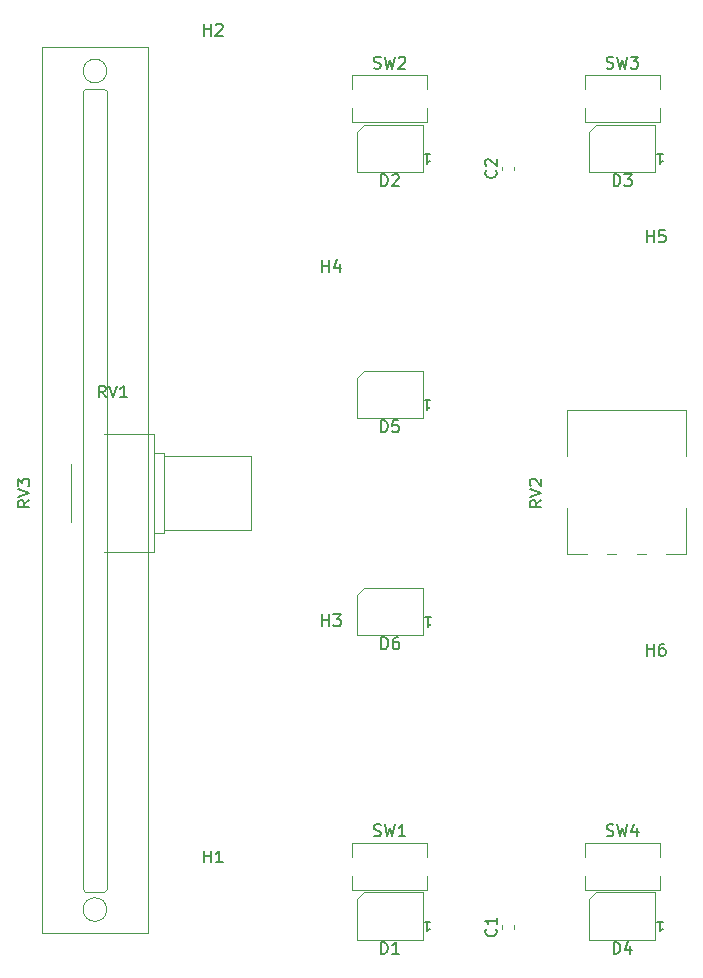
<source format=gbr>
%TF.GenerationSoftware,KiCad,Pcbnew,8.0.8*%
%TF.CreationDate,2025-04-07T16:00:04+02:00*%
%TF.ProjectId,tv25-tbar,74763235-2d74-4626-9172-2e6b69636164,rev?*%
%TF.SameCoordinates,Original*%
%TF.FileFunction,Legend,Top*%
%TF.FilePolarity,Positive*%
%FSLAX46Y46*%
G04 Gerber Fmt 4.6, Leading zero omitted, Abs format (unit mm)*
G04 Created by KiCad (PCBNEW 8.0.8) date 2025-04-07 16:00:04*
%MOMM*%
%LPD*%
G01*
G04 APERTURE LIST*
%ADD10C,0.150000*%
%ADD11C,0.120000*%
G04 APERTURE END LIST*
D10*
X154238095Y-148754819D02*
X154238095Y-147754819D01*
X154238095Y-148231009D02*
X154809523Y-148231009D01*
X154809523Y-148754819D02*
X154809523Y-147754819D01*
X155714285Y-147754819D02*
X155523809Y-147754819D01*
X155523809Y-147754819D02*
X155428571Y-147802438D01*
X155428571Y-147802438D02*
X155380952Y-147850057D01*
X155380952Y-147850057D02*
X155285714Y-147992914D01*
X155285714Y-147992914D02*
X155238095Y-148183390D01*
X155238095Y-148183390D02*
X155238095Y-148564342D01*
X155238095Y-148564342D02*
X155285714Y-148659580D01*
X155285714Y-148659580D02*
X155333333Y-148707200D01*
X155333333Y-148707200D02*
X155428571Y-148754819D01*
X155428571Y-148754819D02*
X155619047Y-148754819D01*
X155619047Y-148754819D02*
X155714285Y-148707200D01*
X155714285Y-148707200D02*
X155761904Y-148659580D01*
X155761904Y-148659580D02*
X155809523Y-148564342D01*
X155809523Y-148564342D02*
X155809523Y-148326247D01*
X155809523Y-148326247D02*
X155761904Y-148231009D01*
X155761904Y-148231009D02*
X155714285Y-148183390D01*
X155714285Y-148183390D02*
X155619047Y-148135771D01*
X155619047Y-148135771D02*
X155428571Y-148135771D01*
X155428571Y-148135771D02*
X155333333Y-148183390D01*
X155333333Y-148183390D02*
X155285714Y-148231009D01*
X155285714Y-148231009D02*
X155238095Y-148326247D01*
X154238095Y-113754819D02*
X154238095Y-112754819D01*
X154238095Y-113231009D02*
X154809523Y-113231009D01*
X154809523Y-113754819D02*
X154809523Y-112754819D01*
X155761904Y-112754819D02*
X155285714Y-112754819D01*
X155285714Y-112754819D02*
X155238095Y-113231009D01*
X155238095Y-113231009D02*
X155285714Y-113183390D01*
X155285714Y-113183390D02*
X155380952Y-113135771D01*
X155380952Y-113135771D02*
X155619047Y-113135771D01*
X155619047Y-113135771D02*
X155714285Y-113183390D01*
X155714285Y-113183390D02*
X155761904Y-113231009D01*
X155761904Y-113231009D02*
X155809523Y-113326247D01*
X155809523Y-113326247D02*
X155809523Y-113564342D01*
X155809523Y-113564342D02*
X155761904Y-113659580D01*
X155761904Y-113659580D02*
X155714285Y-113707200D01*
X155714285Y-113707200D02*
X155619047Y-113754819D01*
X155619047Y-113754819D02*
X155380952Y-113754819D01*
X155380952Y-113754819D02*
X155285714Y-113707200D01*
X155285714Y-113707200D02*
X155238095Y-113659580D01*
X126738095Y-116254819D02*
X126738095Y-115254819D01*
X126738095Y-115731009D02*
X127309523Y-115731009D01*
X127309523Y-116254819D02*
X127309523Y-115254819D01*
X128214285Y-115588152D02*
X128214285Y-116254819D01*
X127976190Y-115207200D02*
X127738095Y-115921485D01*
X127738095Y-115921485D02*
X128357142Y-115921485D01*
X101954819Y-135595238D02*
X101478628Y-135928571D01*
X101954819Y-136166666D02*
X100954819Y-136166666D01*
X100954819Y-136166666D02*
X100954819Y-135785714D01*
X100954819Y-135785714D02*
X101002438Y-135690476D01*
X101002438Y-135690476D02*
X101050057Y-135642857D01*
X101050057Y-135642857D02*
X101145295Y-135595238D01*
X101145295Y-135595238D02*
X101288152Y-135595238D01*
X101288152Y-135595238D02*
X101383390Y-135642857D01*
X101383390Y-135642857D02*
X101431009Y-135690476D01*
X101431009Y-135690476D02*
X101478628Y-135785714D01*
X101478628Y-135785714D02*
X101478628Y-136166666D01*
X100954819Y-135309523D02*
X101954819Y-134976190D01*
X101954819Y-134976190D02*
X100954819Y-134642857D01*
X100954819Y-134404761D02*
X100954819Y-133785714D01*
X100954819Y-133785714D02*
X101335771Y-134119047D01*
X101335771Y-134119047D02*
X101335771Y-133976190D01*
X101335771Y-133976190D02*
X101383390Y-133880952D01*
X101383390Y-133880952D02*
X101431009Y-133833333D01*
X101431009Y-133833333D02*
X101526247Y-133785714D01*
X101526247Y-133785714D02*
X101764342Y-133785714D01*
X101764342Y-133785714D02*
X101859580Y-133833333D01*
X101859580Y-133833333D02*
X101907200Y-133880952D01*
X101907200Y-133880952D02*
X101954819Y-133976190D01*
X101954819Y-133976190D02*
X101954819Y-134261904D01*
X101954819Y-134261904D02*
X101907200Y-134357142D01*
X101907200Y-134357142D02*
X101859580Y-134404761D01*
X145304819Y-135595238D02*
X144828628Y-135928571D01*
X145304819Y-136166666D02*
X144304819Y-136166666D01*
X144304819Y-136166666D02*
X144304819Y-135785714D01*
X144304819Y-135785714D02*
X144352438Y-135690476D01*
X144352438Y-135690476D02*
X144400057Y-135642857D01*
X144400057Y-135642857D02*
X144495295Y-135595238D01*
X144495295Y-135595238D02*
X144638152Y-135595238D01*
X144638152Y-135595238D02*
X144733390Y-135642857D01*
X144733390Y-135642857D02*
X144781009Y-135690476D01*
X144781009Y-135690476D02*
X144828628Y-135785714D01*
X144828628Y-135785714D02*
X144828628Y-136166666D01*
X144304819Y-135309523D02*
X145304819Y-134976190D01*
X145304819Y-134976190D02*
X144304819Y-134642857D01*
X144400057Y-134357142D02*
X144352438Y-134309523D01*
X144352438Y-134309523D02*
X144304819Y-134214285D01*
X144304819Y-134214285D02*
X144304819Y-133976190D01*
X144304819Y-133976190D02*
X144352438Y-133880952D01*
X144352438Y-133880952D02*
X144400057Y-133833333D01*
X144400057Y-133833333D02*
X144495295Y-133785714D01*
X144495295Y-133785714D02*
X144590533Y-133785714D01*
X144590533Y-133785714D02*
X144733390Y-133833333D01*
X144733390Y-133833333D02*
X145304819Y-134404761D01*
X145304819Y-134404761D02*
X145304819Y-133785714D01*
X108404761Y-126879819D02*
X108071428Y-126403628D01*
X107833333Y-126879819D02*
X107833333Y-125879819D01*
X107833333Y-125879819D02*
X108214285Y-125879819D01*
X108214285Y-125879819D02*
X108309523Y-125927438D01*
X108309523Y-125927438D02*
X108357142Y-125975057D01*
X108357142Y-125975057D02*
X108404761Y-126070295D01*
X108404761Y-126070295D02*
X108404761Y-126213152D01*
X108404761Y-126213152D02*
X108357142Y-126308390D01*
X108357142Y-126308390D02*
X108309523Y-126356009D01*
X108309523Y-126356009D02*
X108214285Y-126403628D01*
X108214285Y-126403628D02*
X107833333Y-126403628D01*
X108690476Y-125879819D02*
X109023809Y-126879819D01*
X109023809Y-126879819D02*
X109357142Y-125879819D01*
X110214285Y-126879819D02*
X109642857Y-126879819D01*
X109928571Y-126879819D02*
X109928571Y-125879819D01*
X109928571Y-125879819D02*
X109833333Y-126022676D01*
X109833333Y-126022676D02*
X109738095Y-126117914D01*
X109738095Y-126117914D02*
X109642857Y-126165533D01*
X150816667Y-98993868D02*
X150959524Y-99041487D01*
X150959524Y-99041487D02*
X151197619Y-99041487D01*
X151197619Y-99041487D02*
X151292857Y-98993868D01*
X151292857Y-98993868D02*
X151340476Y-98946248D01*
X151340476Y-98946248D02*
X151388095Y-98851010D01*
X151388095Y-98851010D02*
X151388095Y-98755772D01*
X151388095Y-98755772D02*
X151340476Y-98660534D01*
X151340476Y-98660534D02*
X151292857Y-98612915D01*
X151292857Y-98612915D02*
X151197619Y-98565296D01*
X151197619Y-98565296D02*
X151007143Y-98517677D01*
X151007143Y-98517677D02*
X150911905Y-98470058D01*
X150911905Y-98470058D02*
X150864286Y-98422439D01*
X150864286Y-98422439D02*
X150816667Y-98327201D01*
X150816667Y-98327201D02*
X150816667Y-98231963D01*
X150816667Y-98231963D02*
X150864286Y-98136725D01*
X150864286Y-98136725D02*
X150911905Y-98089106D01*
X150911905Y-98089106D02*
X151007143Y-98041487D01*
X151007143Y-98041487D02*
X151245238Y-98041487D01*
X151245238Y-98041487D02*
X151388095Y-98089106D01*
X151721429Y-98041487D02*
X151959524Y-99041487D01*
X151959524Y-99041487D02*
X152150000Y-98327201D01*
X152150000Y-98327201D02*
X152340476Y-99041487D01*
X152340476Y-99041487D02*
X152578572Y-98041487D01*
X152864286Y-98041487D02*
X153483333Y-98041487D01*
X153483333Y-98041487D02*
X153150000Y-98422439D01*
X153150000Y-98422439D02*
X153292857Y-98422439D01*
X153292857Y-98422439D02*
X153388095Y-98470058D01*
X153388095Y-98470058D02*
X153435714Y-98517677D01*
X153435714Y-98517677D02*
X153483333Y-98612915D01*
X153483333Y-98612915D02*
X153483333Y-98851010D01*
X153483333Y-98851010D02*
X153435714Y-98946248D01*
X153435714Y-98946248D02*
X153388095Y-98993868D01*
X153388095Y-98993868D02*
X153292857Y-99041487D01*
X153292857Y-99041487D02*
X153007143Y-99041487D01*
X153007143Y-99041487D02*
X152911905Y-98993868D01*
X152911905Y-98993868D02*
X152864286Y-98946248D01*
X131116667Y-163993868D02*
X131259524Y-164041487D01*
X131259524Y-164041487D02*
X131497619Y-164041487D01*
X131497619Y-164041487D02*
X131592857Y-163993868D01*
X131592857Y-163993868D02*
X131640476Y-163946248D01*
X131640476Y-163946248D02*
X131688095Y-163851010D01*
X131688095Y-163851010D02*
X131688095Y-163755772D01*
X131688095Y-163755772D02*
X131640476Y-163660534D01*
X131640476Y-163660534D02*
X131592857Y-163612915D01*
X131592857Y-163612915D02*
X131497619Y-163565296D01*
X131497619Y-163565296D02*
X131307143Y-163517677D01*
X131307143Y-163517677D02*
X131211905Y-163470058D01*
X131211905Y-163470058D02*
X131164286Y-163422439D01*
X131164286Y-163422439D02*
X131116667Y-163327201D01*
X131116667Y-163327201D02*
X131116667Y-163231963D01*
X131116667Y-163231963D02*
X131164286Y-163136725D01*
X131164286Y-163136725D02*
X131211905Y-163089106D01*
X131211905Y-163089106D02*
X131307143Y-163041487D01*
X131307143Y-163041487D02*
X131545238Y-163041487D01*
X131545238Y-163041487D02*
X131688095Y-163089106D01*
X132021429Y-163041487D02*
X132259524Y-164041487D01*
X132259524Y-164041487D02*
X132450000Y-163327201D01*
X132450000Y-163327201D02*
X132640476Y-164041487D01*
X132640476Y-164041487D02*
X132878572Y-163041487D01*
X133783333Y-164041487D02*
X133211905Y-164041487D01*
X133497619Y-164041487D02*
X133497619Y-163041487D01*
X133497619Y-163041487D02*
X133402381Y-163184344D01*
X133402381Y-163184344D02*
X133307143Y-163279582D01*
X133307143Y-163279582D02*
X133211905Y-163327201D01*
X150816667Y-163993868D02*
X150959524Y-164041487D01*
X150959524Y-164041487D02*
X151197619Y-164041487D01*
X151197619Y-164041487D02*
X151292857Y-163993868D01*
X151292857Y-163993868D02*
X151340476Y-163946248D01*
X151340476Y-163946248D02*
X151388095Y-163851010D01*
X151388095Y-163851010D02*
X151388095Y-163755772D01*
X151388095Y-163755772D02*
X151340476Y-163660534D01*
X151340476Y-163660534D02*
X151292857Y-163612915D01*
X151292857Y-163612915D02*
X151197619Y-163565296D01*
X151197619Y-163565296D02*
X151007143Y-163517677D01*
X151007143Y-163517677D02*
X150911905Y-163470058D01*
X150911905Y-163470058D02*
X150864286Y-163422439D01*
X150864286Y-163422439D02*
X150816667Y-163327201D01*
X150816667Y-163327201D02*
X150816667Y-163231963D01*
X150816667Y-163231963D02*
X150864286Y-163136725D01*
X150864286Y-163136725D02*
X150911905Y-163089106D01*
X150911905Y-163089106D02*
X151007143Y-163041487D01*
X151007143Y-163041487D02*
X151245238Y-163041487D01*
X151245238Y-163041487D02*
X151388095Y-163089106D01*
X151721429Y-163041487D02*
X151959524Y-164041487D01*
X151959524Y-164041487D02*
X152150000Y-163327201D01*
X152150000Y-163327201D02*
X152340476Y-164041487D01*
X152340476Y-164041487D02*
X152578572Y-163041487D01*
X153388095Y-163374820D02*
X153388095Y-164041487D01*
X153150000Y-162993868D02*
X152911905Y-163708153D01*
X152911905Y-163708153D02*
X153530952Y-163708153D01*
X116738095Y-96254819D02*
X116738095Y-95254819D01*
X116738095Y-95731009D02*
X117309523Y-95731009D01*
X117309523Y-96254819D02*
X117309523Y-95254819D01*
X117738095Y-95350057D02*
X117785714Y-95302438D01*
X117785714Y-95302438D02*
X117880952Y-95254819D01*
X117880952Y-95254819D02*
X118119047Y-95254819D01*
X118119047Y-95254819D02*
X118214285Y-95302438D01*
X118214285Y-95302438D02*
X118261904Y-95350057D01*
X118261904Y-95350057D02*
X118309523Y-95445295D01*
X118309523Y-95445295D02*
X118309523Y-95540533D01*
X118309523Y-95540533D02*
X118261904Y-95683390D01*
X118261904Y-95683390D02*
X117690476Y-96254819D01*
X117690476Y-96254819D02*
X118309523Y-96254819D01*
X116738095Y-166254819D02*
X116738095Y-165254819D01*
X116738095Y-165731009D02*
X117309523Y-165731009D01*
X117309523Y-166254819D02*
X117309523Y-165254819D01*
X118309523Y-166254819D02*
X117738095Y-166254819D01*
X118023809Y-166254819D02*
X118023809Y-165254819D01*
X118023809Y-165254819D02*
X117928571Y-165397676D01*
X117928571Y-165397676D02*
X117833333Y-165492914D01*
X117833333Y-165492914D02*
X117738095Y-165540533D01*
X141429580Y-171891666D02*
X141477200Y-171939285D01*
X141477200Y-171939285D02*
X141524819Y-172082142D01*
X141524819Y-172082142D02*
X141524819Y-172177380D01*
X141524819Y-172177380D02*
X141477200Y-172320237D01*
X141477200Y-172320237D02*
X141381961Y-172415475D01*
X141381961Y-172415475D02*
X141286723Y-172463094D01*
X141286723Y-172463094D02*
X141096247Y-172510713D01*
X141096247Y-172510713D02*
X140953390Y-172510713D01*
X140953390Y-172510713D02*
X140762914Y-172463094D01*
X140762914Y-172463094D02*
X140667676Y-172415475D01*
X140667676Y-172415475D02*
X140572438Y-172320237D01*
X140572438Y-172320237D02*
X140524819Y-172177380D01*
X140524819Y-172177380D02*
X140524819Y-172082142D01*
X140524819Y-172082142D02*
X140572438Y-171939285D01*
X140572438Y-171939285D02*
X140620057Y-171891666D01*
X141524819Y-170939285D02*
X141524819Y-171510713D01*
X141524819Y-171224999D02*
X140524819Y-171224999D01*
X140524819Y-171224999D02*
X140667676Y-171320237D01*
X140667676Y-171320237D02*
X140762914Y-171415475D01*
X140762914Y-171415475D02*
X140810533Y-171510713D01*
X131711905Y-129829819D02*
X131711905Y-128829819D01*
X131711905Y-128829819D02*
X131950000Y-128829819D01*
X131950000Y-128829819D02*
X132092857Y-128877438D01*
X132092857Y-128877438D02*
X132188095Y-128972676D01*
X132188095Y-128972676D02*
X132235714Y-129067914D01*
X132235714Y-129067914D02*
X132283333Y-129258390D01*
X132283333Y-129258390D02*
X132283333Y-129401247D01*
X132283333Y-129401247D02*
X132235714Y-129591723D01*
X132235714Y-129591723D02*
X132188095Y-129686961D01*
X132188095Y-129686961D02*
X132092857Y-129782200D01*
X132092857Y-129782200D02*
X131950000Y-129829819D01*
X131950000Y-129829819D02*
X131711905Y-129829819D01*
X133188095Y-128829819D02*
X132711905Y-128829819D01*
X132711905Y-128829819D02*
X132664286Y-129306009D01*
X132664286Y-129306009D02*
X132711905Y-129258390D01*
X132711905Y-129258390D02*
X132807143Y-129210771D01*
X132807143Y-129210771D02*
X133045238Y-129210771D01*
X133045238Y-129210771D02*
X133140476Y-129258390D01*
X133140476Y-129258390D02*
X133188095Y-129306009D01*
X133188095Y-129306009D02*
X133235714Y-129401247D01*
X133235714Y-129401247D02*
X133235714Y-129639342D01*
X133235714Y-129639342D02*
X133188095Y-129734580D01*
X133188095Y-129734580D02*
X133140476Y-129782200D01*
X133140476Y-129782200D02*
X133045238Y-129829819D01*
X133045238Y-129829819D02*
X132807143Y-129829819D01*
X132807143Y-129829819D02*
X132711905Y-129782200D01*
X132711905Y-129782200D02*
X132664286Y-129734580D01*
X135421428Y-127137704D02*
X135878571Y-127137704D01*
X135649999Y-127137704D02*
X135649999Y-127937704D01*
X135649999Y-127937704D02*
X135726190Y-127823419D01*
X135726190Y-127823419D02*
X135802380Y-127747228D01*
X135802380Y-127747228D02*
X135878571Y-127709133D01*
X151411905Y-173996487D02*
X151411905Y-172996487D01*
X151411905Y-172996487D02*
X151650000Y-172996487D01*
X151650000Y-172996487D02*
X151792857Y-173044106D01*
X151792857Y-173044106D02*
X151888095Y-173139344D01*
X151888095Y-173139344D02*
X151935714Y-173234582D01*
X151935714Y-173234582D02*
X151983333Y-173425058D01*
X151983333Y-173425058D02*
X151983333Y-173567915D01*
X151983333Y-173567915D02*
X151935714Y-173758391D01*
X151935714Y-173758391D02*
X151888095Y-173853629D01*
X151888095Y-173853629D02*
X151792857Y-173948868D01*
X151792857Y-173948868D02*
X151650000Y-173996487D01*
X151650000Y-173996487D02*
X151411905Y-173996487D01*
X152840476Y-173329820D02*
X152840476Y-173996487D01*
X152602381Y-172948868D02*
X152364286Y-173663153D01*
X152364286Y-173663153D02*
X152983333Y-173663153D01*
X155121428Y-171304372D02*
X155578571Y-171304372D01*
X155349999Y-171304372D02*
X155349999Y-172104372D01*
X155349999Y-172104372D02*
X155426190Y-171990087D01*
X155426190Y-171990087D02*
X155502380Y-171913896D01*
X155502380Y-171913896D02*
X155578571Y-171875801D01*
X151411905Y-108996487D02*
X151411905Y-107996487D01*
X151411905Y-107996487D02*
X151650000Y-107996487D01*
X151650000Y-107996487D02*
X151792857Y-108044106D01*
X151792857Y-108044106D02*
X151888095Y-108139344D01*
X151888095Y-108139344D02*
X151935714Y-108234582D01*
X151935714Y-108234582D02*
X151983333Y-108425058D01*
X151983333Y-108425058D02*
X151983333Y-108567915D01*
X151983333Y-108567915D02*
X151935714Y-108758391D01*
X151935714Y-108758391D02*
X151888095Y-108853629D01*
X151888095Y-108853629D02*
X151792857Y-108948868D01*
X151792857Y-108948868D02*
X151650000Y-108996487D01*
X151650000Y-108996487D02*
X151411905Y-108996487D01*
X152316667Y-107996487D02*
X152935714Y-107996487D01*
X152935714Y-107996487D02*
X152602381Y-108377439D01*
X152602381Y-108377439D02*
X152745238Y-108377439D01*
X152745238Y-108377439D02*
X152840476Y-108425058D01*
X152840476Y-108425058D02*
X152888095Y-108472677D01*
X152888095Y-108472677D02*
X152935714Y-108567915D01*
X152935714Y-108567915D02*
X152935714Y-108806010D01*
X152935714Y-108806010D02*
X152888095Y-108901248D01*
X152888095Y-108901248D02*
X152840476Y-108948868D01*
X152840476Y-108948868D02*
X152745238Y-108996487D01*
X152745238Y-108996487D02*
X152459524Y-108996487D01*
X152459524Y-108996487D02*
X152364286Y-108948868D01*
X152364286Y-108948868D02*
X152316667Y-108901248D01*
X155121428Y-106304372D02*
X155578571Y-106304372D01*
X155349999Y-106304372D02*
X155349999Y-107104372D01*
X155349999Y-107104372D02*
X155426190Y-106990087D01*
X155426190Y-106990087D02*
X155502380Y-106913896D01*
X155502380Y-106913896D02*
X155578571Y-106875801D01*
X131711905Y-173996487D02*
X131711905Y-172996487D01*
X131711905Y-172996487D02*
X131950000Y-172996487D01*
X131950000Y-172996487D02*
X132092857Y-173044106D01*
X132092857Y-173044106D02*
X132188095Y-173139344D01*
X132188095Y-173139344D02*
X132235714Y-173234582D01*
X132235714Y-173234582D02*
X132283333Y-173425058D01*
X132283333Y-173425058D02*
X132283333Y-173567915D01*
X132283333Y-173567915D02*
X132235714Y-173758391D01*
X132235714Y-173758391D02*
X132188095Y-173853629D01*
X132188095Y-173853629D02*
X132092857Y-173948868D01*
X132092857Y-173948868D02*
X131950000Y-173996487D01*
X131950000Y-173996487D02*
X131711905Y-173996487D01*
X133235714Y-173996487D02*
X132664286Y-173996487D01*
X132950000Y-173996487D02*
X132950000Y-172996487D01*
X132950000Y-172996487D02*
X132854762Y-173139344D01*
X132854762Y-173139344D02*
X132759524Y-173234582D01*
X132759524Y-173234582D02*
X132664286Y-173282201D01*
X135421428Y-171304372D02*
X135878571Y-171304372D01*
X135649999Y-171304372D02*
X135649999Y-172104372D01*
X135649999Y-172104372D02*
X135726190Y-171990087D01*
X135726190Y-171990087D02*
X135802380Y-171913896D01*
X135802380Y-171913896D02*
X135878571Y-171875801D01*
X131761905Y-148204819D02*
X131761905Y-147204819D01*
X131761905Y-147204819D02*
X132000000Y-147204819D01*
X132000000Y-147204819D02*
X132142857Y-147252438D01*
X132142857Y-147252438D02*
X132238095Y-147347676D01*
X132238095Y-147347676D02*
X132285714Y-147442914D01*
X132285714Y-147442914D02*
X132333333Y-147633390D01*
X132333333Y-147633390D02*
X132333333Y-147776247D01*
X132333333Y-147776247D02*
X132285714Y-147966723D01*
X132285714Y-147966723D02*
X132238095Y-148061961D01*
X132238095Y-148061961D02*
X132142857Y-148157200D01*
X132142857Y-148157200D02*
X132000000Y-148204819D01*
X132000000Y-148204819D02*
X131761905Y-148204819D01*
X133190476Y-147204819D02*
X133000000Y-147204819D01*
X133000000Y-147204819D02*
X132904762Y-147252438D01*
X132904762Y-147252438D02*
X132857143Y-147300057D01*
X132857143Y-147300057D02*
X132761905Y-147442914D01*
X132761905Y-147442914D02*
X132714286Y-147633390D01*
X132714286Y-147633390D02*
X132714286Y-148014342D01*
X132714286Y-148014342D02*
X132761905Y-148109580D01*
X132761905Y-148109580D02*
X132809524Y-148157200D01*
X132809524Y-148157200D02*
X132904762Y-148204819D01*
X132904762Y-148204819D02*
X133095238Y-148204819D01*
X133095238Y-148204819D02*
X133190476Y-148157200D01*
X133190476Y-148157200D02*
X133238095Y-148109580D01*
X133238095Y-148109580D02*
X133285714Y-148014342D01*
X133285714Y-148014342D02*
X133285714Y-147776247D01*
X133285714Y-147776247D02*
X133238095Y-147681009D01*
X133238095Y-147681009D02*
X133190476Y-147633390D01*
X133190476Y-147633390D02*
X133095238Y-147585771D01*
X133095238Y-147585771D02*
X132904762Y-147585771D01*
X132904762Y-147585771D02*
X132809524Y-147633390D01*
X132809524Y-147633390D02*
X132761905Y-147681009D01*
X132761905Y-147681009D02*
X132714286Y-147776247D01*
X135471428Y-145512704D02*
X135928571Y-145512704D01*
X135699999Y-145512704D02*
X135699999Y-146312704D01*
X135699999Y-146312704D02*
X135776190Y-146198419D01*
X135776190Y-146198419D02*
X135852380Y-146122228D01*
X135852380Y-146122228D02*
X135928571Y-146084133D01*
X141429580Y-107666666D02*
X141477200Y-107714285D01*
X141477200Y-107714285D02*
X141524819Y-107857142D01*
X141524819Y-107857142D02*
X141524819Y-107952380D01*
X141524819Y-107952380D02*
X141477200Y-108095237D01*
X141477200Y-108095237D02*
X141381961Y-108190475D01*
X141381961Y-108190475D02*
X141286723Y-108238094D01*
X141286723Y-108238094D02*
X141096247Y-108285713D01*
X141096247Y-108285713D02*
X140953390Y-108285713D01*
X140953390Y-108285713D02*
X140762914Y-108238094D01*
X140762914Y-108238094D02*
X140667676Y-108190475D01*
X140667676Y-108190475D02*
X140572438Y-108095237D01*
X140572438Y-108095237D02*
X140524819Y-107952380D01*
X140524819Y-107952380D02*
X140524819Y-107857142D01*
X140524819Y-107857142D02*
X140572438Y-107714285D01*
X140572438Y-107714285D02*
X140620057Y-107666666D01*
X140620057Y-107285713D02*
X140572438Y-107238094D01*
X140572438Y-107238094D02*
X140524819Y-107142856D01*
X140524819Y-107142856D02*
X140524819Y-106904761D01*
X140524819Y-106904761D02*
X140572438Y-106809523D01*
X140572438Y-106809523D02*
X140620057Y-106761904D01*
X140620057Y-106761904D02*
X140715295Y-106714285D01*
X140715295Y-106714285D02*
X140810533Y-106714285D01*
X140810533Y-106714285D02*
X140953390Y-106761904D01*
X140953390Y-106761904D02*
X141524819Y-107333332D01*
X141524819Y-107333332D02*
X141524819Y-106714285D01*
X126738095Y-146254819D02*
X126738095Y-145254819D01*
X126738095Y-145731009D02*
X127309523Y-145731009D01*
X127309523Y-146254819D02*
X127309523Y-145254819D01*
X127690476Y-145254819D02*
X128309523Y-145254819D01*
X128309523Y-145254819D02*
X127976190Y-145635771D01*
X127976190Y-145635771D02*
X128119047Y-145635771D01*
X128119047Y-145635771D02*
X128214285Y-145683390D01*
X128214285Y-145683390D02*
X128261904Y-145731009D01*
X128261904Y-145731009D02*
X128309523Y-145826247D01*
X128309523Y-145826247D02*
X128309523Y-146064342D01*
X128309523Y-146064342D02*
X128261904Y-146159580D01*
X128261904Y-146159580D02*
X128214285Y-146207200D01*
X128214285Y-146207200D02*
X128119047Y-146254819D01*
X128119047Y-146254819D02*
X127833333Y-146254819D01*
X127833333Y-146254819D02*
X127738095Y-146207200D01*
X127738095Y-146207200D02*
X127690476Y-146159580D01*
X131116667Y-98993868D02*
X131259524Y-99041487D01*
X131259524Y-99041487D02*
X131497619Y-99041487D01*
X131497619Y-99041487D02*
X131592857Y-98993868D01*
X131592857Y-98993868D02*
X131640476Y-98946248D01*
X131640476Y-98946248D02*
X131688095Y-98851010D01*
X131688095Y-98851010D02*
X131688095Y-98755772D01*
X131688095Y-98755772D02*
X131640476Y-98660534D01*
X131640476Y-98660534D02*
X131592857Y-98612915D01*
X131592857Y-98612915D02*
X131497619Y-98565296D01*
X131497619Y-98565296D02*
X131307143Y-98517677D01*
X131307143Y-98517677D02*
X131211905Y-98470058D01*
X131211905Y-98470058D02*
X131164286Y-98422439D01*
X131164286Y-98422439D02*
X131116667Y-98327201D01*
X131116667Y-98327201D02*
X131116667Y-98231963D01*
X131116667Y-98231963D02*
X131164286Y-98136725D01*
X131164286Y-98136725D02*
X131211905Y-98089106D01*
X131211905Y-98089106D02*
X131307143Y-98041487D01*
X131307143Y-98041487D02*
X131545238Y-98041487D01*
X131545238Y-98041487D02*
X131688095Y-98089106D01*
X132021429Y-98041487D02*
X132259524Y-99041487D01*
X132259524Y-99041487D02*
X132450000Y-98327201D01*
X132450000Y-98327201D02*
X132640476Y-99041487D01*
X132640476Y-99041487D02*
X132878572Y-98041487D01*
X133211905Y-98136725D02*
X133259524Y-98089106D01*
X133259524Y-98089106D02*
X133354762Y-98041487D01*
X133354762Y-98041487D02*
X133592857Y-98041487D01*
X133592857Y-98041487D02*
X133688095Y-98089106D01*
X133688095Y-98089106D02*
X133735714Y-98136725D01*
X133735714Y-98136725D02*
X133783333Y-98231963D01*
X133783333Y-98231963D02*
X133783333Y-98327201D01*
X133783333Y-98327201D02*
X133735714Y-98470058D01*
X133735714Y-98470058D02*
X133164286Y-99041487D01*
X133164286Y-99041487D02*
X133783333Y-99041487D01*
X131711905Y-108996487D02*
X131711905Y-107996487D01*
X131711905Y-107996487D02*
X131950000Y-107996487D01*
X131950000Y-107996487D02*
X132092857Y-108044106D01*
X132092857Y-108044106D02*
X132188095Y-108139344D01*
X132188095Y-108139344D02*
X132235714Y-108234582D01*
X132235714Y-108234582D02*
X132283333Y-108425058D01*
X132283333Y-108425058D02*
X132283333Y-108567915D01*
X132283333Y-108567915D02*
X132235714Y-108758391D01*
X132235714Y-108758391D02*
X132188095Y-108853629D01*
X132188095Y-108853629D02*
X132092857Y-108948868D01*
X132092857Y-108948868D02*
X131950000Y-108996487D01*
X131950000Y-108996487D02*
X131711905Y-108996487D01*
X132664286Y-108091725D02*
X132711905Y-108044106D01*
X132711905Y-108044106D02*
X132807143Y-107996487D01*
X132807143Y-107996487D02*
X133045238Y-107996487D01*
X133045238Y-107996487D02*
X133140476Y-108044106D01*
X133140476Y-108044106D02*
X133188095Y-108091725D01*
X133188095Y-108091725D02*
X133235714Y-108186963D01*
X133235714Y-108186963D02*
X133235714Y-108282201D01*
X133235714Y-108282201D02*
X133188095Y-108425058D01*
X133188095Y-108425058D02*
X132616667Y-108996487D01*
X132616667Y-108996487D02*
X133235714Y-108996487D01*
X135421428Y-106304372D02*
X135878571Y-106304372D01*
X135649999Y-106304372D02*
X135649999Y-107104372D01*
X135649999Y-107104372D02*
X135726190Y-106990087D01*
X135726190Y-106990087D02*
X135802380Y-106913896D01*
X135802380Y-106913896D02*
X135878571Y-106875801D01*
D11*
%TO.C,RV3*%
X112000000Y-97250000D02*
X103000000Y-97250000D01*
X103000000Y-97250000D02*
X103000000Y-172250000D01*
X103000000Y-172250000D02*
X112000000Y-172250000D01*
X112000000Y-172250000D02*
X112000000Y-97250000D01*
X108500000Y-99250000D02*
G75*
G02*
X106500000Y-99250000I-1000000J0D01*
G01*
X106500000Y-99250000D02*
G75*
G02*
X108500000Y-99250000I1000000J0D01*
G01*
X108500000Y-170250000D02*
G75*
G02*
X106500000Y-170250000I-1000000J0D01*
G01*
X106500000Y-170250000D02*
G75*
G02*
X108500000Y-170250000I1000000J0D01*
G01*
X108500000Y-100950000D02*
X108300000Y-100750000D01*
X108300000Y-100750000D02*
X106700000Y-100750000D01*
X106700000Y-100750000D02*
X106500000Y-100950000D01*
X106500000Y-100950000D02*
X106500000Y-168550000D01*
X106500000Y-168550000D02*
X106700000Y-168750000D01*
X106700000Y-168750000D02*
X108300000Y-168750000D01*
X108300000Y-168750000D02*
X108500000Y-168550000D01*
X108500000Y-168550000D02*
X108500000Y-100950000D01*
%TO.C,RV2*%
X147479000Y-140170000D02*
X149129000Y-140170000D01*
X147479000Y-140170000D02*
X147479000Y-136233000D01*
X150871000Y-140170000D02*
X151630000Y-140170000D01*
X153371000Y-140170000D02*
X154130000Y-140170000D01*
X155870000Y-140170000D02*
X157520000Y-140170000D01*
X157520000Y-140170000D02*
X157520000Y-136233000D01*
X147479000Y-131866000D02*
X147479000Y-127930000D01*
X157520000Y-131866000D02*
X157520000Y-127930000D01*
X147479000Y-127930000D02*
X157520000Y-127930000D01*
%TO.C,RV1*%
X108255000Y-129954000D02*
X112520000Y-129954000D01*
X108255000Y-139995000D02*
X112520000Y-139995000D01*
X105480000Y-132531000D02*
X105480000Y-137420000D01*
X112520000Y-129954000D02*
X112520000Y-139995000D01*
X112520000Y-131605000D02*
X113320000Y-131605000D01*
X112520000Y-138345000D02*
X113320000Y-138345000D01*
X112520000Y-131605000D02*
X112520000Y-138345000D01*
X113320000Y-131605000D02*
X113320000Y-138345000D01*
X113320000Y-131855000D02*
X120720000Y-131855000D01*
X113320000Y-138095000D02*
X120720000Y-138095000D01*
X113320000Y-131855000D02*
X113320000Y-138095000D01*
X120720000Y-131855000D02*
X120720000Y-138095000D01*
%TO.C,SW3*%
X148950000Y-99586668D02*
X148950000Y-100786668D01*
X148950000Y-102386668D02*
X148950000Y-103586668D01*
X148950000Y-103586668D02*
X155350000Y-103586668D01*
X155350000Y-99586668D02*
X148950000Y-99586668D01*
X155350000Y-100786668D02*
X155350000Y-99586668D01*
X155350000Y-103586668D02*
X155350000Y-102386668D01*
%TO.C,SW1*%
X135650000Y-168586668D02*
X135650000Y-167386668D01*
X135650000Y-165786668D02*
X135650000Y-164586668D01*
X135650000Y-164586668D02*
X129250000Y-164586668D01*
X129250000Y-168586668D02*
X135650000Y-168586668D01*
X129250000Y-167386668D02*
X129250000Y-168586668D01*
X129250000Y-164586668D02*
X129250000Y-165786668D01*
%TO.C,SW4*%
X148950000Y-164586668D02*
X148950000Y-165786668D01*
X148950000Y-167386668D02*
X148950000Y-168586668D01*
X148950000Y-168586668D02*
X155350000Y-168586668D01*
X155350000Y-164586668D02*
X148950000Y-164586668D01*
X155350000Y-165786668D02*
X155350000Y-164586668D01*
X155350000Y-168586668D02*
X155350000Y-167386668D01*
%TO.C,C1*%
X141990000Y-171865580D02*
X141990000Y-171584420D01*
X143010000Y-171865580D02*
X143010000Y-171584420D01*
%TO.C,D5*%
X135250000Y-128625000D02*
X135250000Y-124625000D01*
X135250000Y-128625000D02*
X129650000Y-128625000D01*
X135250000Y-124625000D02*
X130250000Y-124625000D01*
X129650000Y-125225000D02*
X130250000Y-124625000D01*
X129650000Y-125225000D02*
X129650000Y-128625000D01*
%TO.C,D4*%
X149350000Y-169391668D02*
X149350000Y-172791668D01*
X149350000Y-169391668D02*
X149950000Y-168791668D01*
X154950000Y-168791668D02*
X149950000Y-168791668D01*
X154950000Y-172791668D02*
X149350000Y-172791668D01*
X154950000Y-172791668D02*
X154950000Y-168791668D01*
%TO.C,D3*%
X149350000Y-104391668D02*
X149350000Y-107791668D01*
X149350000Y-104391668D02*
X149950000Y-103791668D01*
X154950000Y-103791668D02*
X149950000Y-103791668D01*
X154950000Y-107791668D02*
X149350000Y-107791668D01*
X154950000Y-107791668D02*
X154950000Y-103791668D01*
%TO.C,D1*%
X135250000Y-172791668D02*
X135250000Y-168791668D01*
X135250000Y-172791668D02*
X129650000Y-172791668D01*
X135250000Y-168791668D02*
X130250000Y-168791668D01*
X129650000Y-169391668D02*
X130250000Y-168791668D01*
X129650000Y-169391668D02*
X129650000Y-172791668D01*
%TO.C,D6*%
X135300000Y-147000000D02*
X135300000Y-143000000D01*
X135300000Y-147000000D02*
X129700000Y-147000000D01*
X135300000Y-143000000D02*
X130300000Y-143000000D01*
X129700000Y-143600000D02*
X130300000Y-143000000D01*
X129700000Y-143600000D02*
X129700000Y-147000000D01*
%TO.C,C2*%
X141990000Y-107640580D02*
X141990000Y-107359420D01*
X143010000Y-107640580D02*
X143010000Y-107359420D01*
%TO.C,SW2*%
X135650000Y-103586668D02*
X135650000Y-102386668D01*
X135650000Y-100786668D02*
X135650000Y-99586668D01*
X135650000Y-99586668D02*
X129250000Y-99586668D01*
X129250000Y-103586668D02*
X135650000Y-103586668D01*
X129250000Y-102386668D02*
X129250000Y-103586668D01*
X129250000Y-99586668D02*
X129250000Y-100786668D01*
%TO.C,D2*%
X135250000Y-107791668D02*
X135250000Y-103791668D01*
X135250000Y-107791668D02*
X129650000Y-107791668D01*
X135250000Y-103791668D02*
X130250000Y-103791668D01*
X129650000Y-104391668D02*
X130250000Y-103791668D01*
X129650000Y-104391668D02*
X129650000Y-107791668D01*
%TD*%
M02*

</source>
